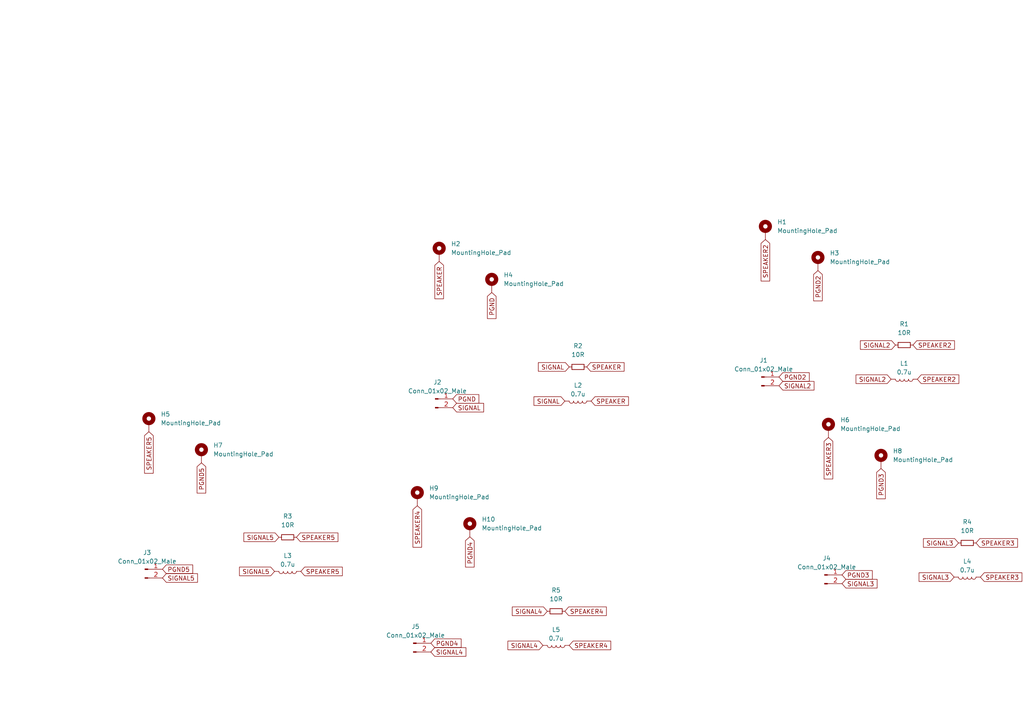
<source format=kicad_sch>
(kicad_sch (version 20230121) (generator eeschema)
  (paper "A4")
  (lib_symbols
    (symbol "Connector:Conn_01x02_Male" (pin_names (offset 1.016) hide)
      (property "Reference" "J" (at 0 2.54 0))
      (property "Value" "Conn_01x02_Male" (at 0 -5.08 0))
      (symbol "Conn_01x02_Male_1_1"
        (polyline (pts (xy 1.27 -2.54) (xy 0.8636 -2.54)) (stroke (width 0.1524)))
        (polyline (pts (xy 1.27 0) (xy 0.8636 0)) (stroke (width 0.1524)))
        (rectangle (start 0.8636 -2.413) (end 0 -2.667) (stroke (width 0.1524)) (fill (type outline)))
        (rectangle (start 0.8636 0.127) (end 0 -0.127) (stroke (width 0.1524)) (fill (type outline)))
        (pin passive line (at 5.08 0 180) (length 3.81) (name "Pin_1") (number "1"))
        (pin passive line (at 5.08 -2.54 180) (length 3.81) (name "Pin_2") (number "2"))
      )
    )
    (symbol "Device:L" (pin_numbers hide) (pin_names (offset 1.016) hide)
      (property "Reference" "L" (at -1.27 0 90))
      (property "Value" "L" (at 1.905 0 90))
      (symbol "L_0_1"
        (arc (start 0 -2.54) (mid 0.6323 -1.905) (end 0 -1.27))
        (arc (start 0 -1.27) (mid 0.6323 -0.635) (end 0 0))
        (arc (start 0 0) (mid 0.6323 0.635) (end 0 1.27))
        (arc (start 0 1.27) (mid 0.6323 1.905) (end 0 2.54))
      )
      (symbol "L_1_1"
        (pin passive line (at 0 3.81 270) (length 1.27) (name "1") (number "1"))
        (pin passive line (at 0 -3.81 90) (length 1.27) (name "2") (number "2"))
      )
    )
    (symbol "Device:R_Small" (pin_numbers hide) (pin_names (offset 0.254) hide)
      (property "Reference" "R" (at 0.762 0.508 0))
      (property "Value" "R_Small" (at 0.762 -1.016 0))
      (symbol "R_Small_0_1"
        (rectangle (start -0.762 1.778) (end 0.762 -1.778) (stroke (width 0.2032)))
      )
      (symbol "R_Small_1_1"
        (pin passive line (at 0 2.54 270) (length 0.762) (name "~") (number "1"))
        (pin passive line (at 0 -2.54 90) (length 0.762) (name "~") (number "2"))
      )
    )
    (symbol "Mechanical:MountingHole_Pad" (pin_numbers hide) (pin_names (offset 1.016) hide)
      (property "Reference" "H" (at 0 6.35 0))
      (property "Value" "MountingHole_Pad" (at 0 4.445 0))
      (symbol "MountingHole_Pad_0_1"
        (circle (center 0 1.27) (radius 1.27) (stroke (width 1.27)))
      )
      (symbol "MountingHole_Pad_1_1"
        (pin input line (at 0 -2.54 90) (length 2.54) (name "1") (number "1"))
      )
    )
  )
  (global_label "PGND3" (shape input) (at 255.524 135.89 270) (property "Intersheetrefs" "${INTERSHEET_REFS}" (effects hide)))
  (global_label "SPEAKER5" (shape input) (at 87.249 165.735 0) (property "Intersheetrefs" "${INTERSHEET_REFS}" (effects hide)))
  (global_label "SIGNAL" (shape input) (at 165.1 106.426 180) (property "Intersheetrefs" "${INTERSHEET_REFS}" (effects hide)))
  (global_label "SPEAKER5" (shape input) (at 43.18 125.222 270) (property "Intersheetrefs" "${INTERSHEET_REFS}" (effects hide)))
  (global_label "SIGNAL5" (shape input) (at 79.629 165.735 180) (property "Intersheetrefs" "${INTERSHEET_REFS}" (effects hide)))
  (global_label "SIGNAL4" (shape input) (at 157.48 187.198 180) (property "Intersheetrefs" "${INTERSHEET_REFS}" (effects hide)))
  (global_label "PGND4" (shape input) (at 124.968 186.563 0) (property "Intersheetrefs" "${INTERSHEET_REFS}" (effects hide)))
  (global_label "SPEAKER3" (shape input) (at 283.083 157.48 0) (property "Intersheetrefs" "${INTERSHEET_REFS}" (effects hide)))
  (global_label "PGND5" (shape input) (at 47.117 165.1 0) (property "Intersheetrefs" "${INTERSHEET_REFS}" (effects hide)))
  (global_label "SIGNAL5" (shape input) (at 80.899 155.829 180) (property "Intersheetrefs" "${INTERSHEET_REFS}" (effects hide)))
  (global_label "SPEAKER" (shape input) (at 127.381 75.819 270) (property "Intersheetrefs" "${INTERSHEET_REFS}" (effects hide)))
  (global_label "PGND" (shape input) (at 142.621 84.836 270) (property "Intersheetrefs" "${INTERSHEET_REFS}" (effects hide)))
  (global_label "PGND2" (shape input) (at 237.236 78.486 270) (property "Intersheetrefs" "${INTERSHEET_REFS}" (effects hide)))
  (global_label "SIGNAL3" (shape input) (at 276.733 167.386 180) (property "Intersheetrefs" "${INTERSHEET_REFS}" (effects hide)))
  (global_label "SIGNAL2" (shape input) (at 259.715 100.076 180) (property "Intersheetrefs" "${INTERSHEET_REFS}" (effects hide)))
  (global_label "SIGNAL2" (shape input) (at 225.933 111.887 0) (property "Intersheetrefs" "${INTERSHEET_REFS}" (effects hide)))
  (global_label "PGND5" (shape input) (at 58.42 134.239 270) (property "Intersheetrefs" "${INTERSHEET_REFS}" (effects hide)))
  (global_label "SIGNAL5" (shape input) (at 47.117 167.64 0) (property "Intersheetrefs" "${INTERSHEET_REFS}" (effects hide)))
  (global_label "SIGNAL" (shape input) (at 163.83 116.332 180) (property "Intersheetrefs" "${INTERSHEET_REFS}" (effects hide)))
  (global_label "SIGNAL" (shape input) (at 131.318 118.237 0) (property "Intersheetrefs" "${INTERSHEET_REFS}" (effects hide)))
  (global_label "SPEAKER" (shape input) (at 171.45 116.332 0) (property "Intersheetrefs" "${INTERSHEET_REFS}" (effects hide)))
  (global_label "SPEAKER3" (shape input) (at 240.284 126.873 270) (property "Intersheetrefs" "${INTERSHEET_REFS}" (effects hide)))
  (global_label "SIGNAL3" (shape input) (at 278.003 157.48 180) (property "Intersheetrefs" "${INTERSHEET_REFS}" (effects hide)))
  (global_label "PGND4" (shape input) (at 136.271 155.702 270) (property "Intersheetrefs" "${INTERSHEET_REFS}" (effects hide)))
  (global_label "SIGNAL3" (shape input) (at 244.221 169.291 0) (property "Intersheetrefs" "${INTERSHEET_REFS}" (effects hide)))
  (global_label "SPEAKER5" (shape input) (at 85.979 155.829 0) (property "Intersheetrefs" "${INTERSHEET_REFS}" (effects hide)))
  (global_label "PGND" (shape input) (at 131.318 115.697 0) (property "Intersheetrefs" "${INTERSHEET_REFS}" (effects hide)))
  (global_label "SPEAKER4" (shape input) (at 165.1 187.198 0) (property "Intersheetrefs" "${INTERSHEET_REFS}" (effects hide)))
  (global_label "SIGNAL2" (shape input) (at 258.445 109.982 180) (property "Intersheetrefs" "${INTERSHEET_REFS}" (effects hide)))
  (global_label "SPEAKER2" (shape input) (at 221.996 69.469 270) (property "Intersheetrefs" "${INTERSHEET_REFS}" (effects hide)))
  (global_label "SPEAKER4" (shape input) (at 163.83 177.292 0) (property "Intersheetrefs" "${INTERSHEET_REFS}" (effects hide)))
  (global_label "PGND2" (shape input) (at 225.933 109.347 0) (property "Intersheetrefs" "${INTERSHEET_REFS}" (effects hide)))
  (global_label "SPEAKER4" (shape input) (at 121.031 146.685 270) (property "Intersheetrefs" "${INTERSHEET_REFS}" (effects hide)))
  (global_label "SPEAKER" (shape input) (at 170.18 106.426 0) (property "Intersheetrefs" "${INTERSHEET_REFS}" (effects hide)))
  (global_label "PGND3" (shape input) (at 244.221 166.751 0) (property "Intersheetrefs" "${INTERSHEET_REFS}" (effects hide)))
  (global_label "SIGNAL4" (shape input) (at 124.968 189.103 0) (property "Intersheetrefs" "${INTERSHEET_REFS}" (effects hide)))
  (global_label "SIGNAL4" (shape input) (at 158.75 177.292 180) (property "Intersheetrefs" "${INTERSHEET_REFS}" (effects hide)))
  (global_label "SPEAKER3" (shape input) (at 284.353 167.386 0) (property "Intersheetrefs" "${INTERSHEET_REFS}" (effects hide)))
  (global_label "SPEAKER2" (shape input) (at 264.795 100.076 0) (property "Intersheetrefs" "${INTERSHEET_REFS}" (effects hide)))
  (global_label "SPEAKER2" (shape input) (at 266.065 109.982 0) (property "Intersheetrefs" "${INTERSHEET_REFS}" (effects hide)))
  (symbol (lib_id "Device:R_Small") (at 161.29 177.292 90) (unit 1)
    (property "Reference" "R5" (at 161.29 171.196 90))
    (property "Value" "10R" (at 161.29 173.736 90))
    (property "Footprint" "Resistor_THT:R_Axial_Power_L25.0mm_W6.4mm_P27.94mm" (effects hide))
  )
  (symbol (lib_id "Device:R_Small") (at 280.543 157.48 90) (unit 1)
    (property "Reference" "R4" (at 280.543 151.384 90))
    (property "Value" "10R" (at 280.543 153.924 90))
    (property "Footprint" "Resistor_THT:R_Axial_Power_L25.0mm_W6.4mm_P27.94mm" (effects hide))
  )
  (symbol (lib_id "Connector:Conn_01x02_Male") (at 220.853 109.347 0) (unit 1)
    (property "Reference" "J1" (at 221.488 104.521 0))
    (property "Value" "Conn_01x02_Male" (at 221.488 107.061 0))
    (property "Footprint" "Connector_JST:JST_VH_B2P-VH-B_1x02_P3.96mm_Vertical" (effects hide))
  )
  (symbol (lib_id "Mechanical:MountingHole_Pad") (at 237.236 75.946 0) (unit 1)
    (property "Reference" "H3" (at 240.665 73.4059 0) (effects (justify left)))
    (property "Value" "MountingHole_Pad" (at 240.665 75.9459 0) (effects (justify left)))
    (property "Footprint" "MountingHole:MountingHole_4.3mm_M4_DIN965_Pad" (effects hide))
  )
  (symbol (lib_id "Device:L") (at 280.543 167.386 270) (unit 1)
    (property "Reference" "L4" (at 280.543 162.814 90))
    (property "Value" "0.7u" (at 280.543 165.354 90))
    (property "Footprint" "Inductor_THT:L_Axial_L26.0mm_D10.0mm_P30.48mm_Horizontal_Fastron_77A" (effects hide))
  )
  (symbol (lib_id "Mechanical:MountingHole_Pad") (at 121.031 144.145 0) (unit 1)
    (property "Reference" "H9" (at 124.46 141.6049 0) (effects (justify left)))
    (property "Value" "MountingHole_Pad" (at 124.46 144.1449 0) (effects (justify left)))
    (property "Footprint" "MountingHole:MountingHole_4.3mm_M4_DIN965_Pad" (effects hide))
  )
  (symbol (lib_id "Mechanical:MountingHole_Pad") (at 221.996 66.929 0) (unit 1)
    (property "Reference" "H1" (at 225.425 64.3889 0) (effects (justify left)))
    (property "Value" "MountingHole_Pad" (at 225.425 66.9289 0) (effects (justify left)))
    (property "Footprint" "MountingHole:MountingHole_4.3mm_M4_DIN965_Pad" (effects hide))
  )
  (symbol (lib_id "Device:R_Small") (at 167.64 106.426 90) (unit 1)
    (property "Reference" "R2" (at 167.64 100.33 90))
    (property "Value" "10R" (at 167.64 102.87 90))
    (property "Footprint" "Resistor_THT:R_Axial_Power_L25.0mm_W6.4mm_P27.94mm" (effects hide))
  )
  (symbol (lib_id "Connector:Conn_01x02_Male") (at 42.037 165.1 0) (unit 1)
    (property "Reference" "J3" (at 42.672 160.274 0))
    (property "Value" "Conn_01x02_Male" (at 42.672 162.814 0))
    (property "Footprint" "Connector_JST:JST_VH_B2P-VH-B_1x02_P3.96mm_Vertical" (effects hide))
  )
  (symbol (lib_id "Mechanical:MountingHole_Pad") (at 255.524 133.35 0) (unit 1)
    (property "Reference" "H8" (at 258.953 130.8099 0) (effects (justify left)))
    (property "Value" "MountingHole_Pad" (at 258.953 133.3499 0) (effects (justify left)))
    (property "Footprint" "MountingHole:MountingHole_4.3mm_M4_DIN965_Pad" (effects hide))
  )
  (symbol (lib_id "Device:L") (at 167.64 116.332 270) (unit 1)
    (property "Reference" "L2" (at 167.64 111.76 90))
    (property "Value" "0.7u" (at 167.64 114.3 90))
    (property "Footprint" "Inductor_THT:L_Axial_L26.0mm_D10.0mm_P30.48mm_Horizontal_Fastron_77A" (effects hide))
  )
  (symbol (lib_id "Device:R_Small") (at 262.255 100.076 90) (unit 1)
    (property "Reference" "R1" (at 262.255 93.98 90))
    (property "Value" "10R" (at 262.255 96.52 90))
    (property "Footprint" "Resistor_THT:R_Axial_Power_L25.0mm_W6.4mm_P27.94mm" (effects hide))
  )
  (symbol (lib_id "Device:R_Small") (at 83.439 155.829 90) (unit 1)
    (property "Reference" "R3" (at 83.439 149.733 90))
    (property "Value" "10R" (at 83.439 152.273 90))
    (property "Footprint" "Resistor_THT:R_Axial_Power_L25.0mm_W6.4mm_P27.94mm" (effects hide))
  )
  (symbol (lib_id "Connector:Conn_01x02_Male") (at 126.238 115.697 0) (unit 1)
    (property "Reference" "J2" (at 126.873 110.871 0))
    (property "Value" "Conn_01x02_Male" (at 126.873 113.411 0))
    (property "Footprint" "Connector_JST:JST_VH_B2P-VH-B_1x02_P3.96mm_Vertical" (effects hide))
  )
  (symbol (lib_id "Mechanical:MountingHole_Pad") (at 142.621 82.296 0) (unit 1)
    (property "Reference" "H4" (at 146.05 79.7559 0) (effects (justify left)))
    (property "Value" "MountingHole_Pad" (at 146.05 82.2959 0) (effects (justify left)))
    (property "Footprint" "MountingHole:MountingHole_4.3mm_M4_DIN965_Pad" (effects hide))
  )
  (symbol (lib_id "Mechanical:MountingHole_Pad") (at 136.271 153.162 0) (unit 1)
    (property "Reference" "H10" (at 139.7 150.6219 0) (effects (justify left)))
    (property "Value" "MountingHole_Pad" (at 139.7 153.1619 0) (effects (justify left)))
    (property "Footprint" "MountingHole:MountingHole_4.3mm_M4_DIN965_Pad" (effects hide))
  )
  (symbol (lib_id "Device:L") (at 262.255 109.982 270) (unit 1)
    (property "Reference" "L1" (at 262.255 105.41 90))
    (property "Value" "0.7u" (at 262.255 107.95 90))
    (property "Footprint" "Inductor_THT:L_Axial_L26.0mm_D10.0mm_P30.48mm_Horizontal_Fastron_77A" (effects hide))
  )
  (symbol (lib_id "Connector:Conn_01x02_Male") (at 119.888 186.563 0) (unit 1)
    (property "Reference" "J5" (at 120.523 181.737 0))
    (property "Value" "Conn_01x02_Male" (at 120.523 184.277 0))
    (property "Footprint" "Connector_JST:JST_VH_B2P-VH-B_1x02_P3.96mm_Vertical" (effects hide))
  )
  (symbol (lib_id "Mechanical:MountingHole_Pad") (at 58.42 131.699 0) (unit 1)
    (property "Reference" "H7" (at 61.849 129.1589 0) (effects (justify left)))
    (property "Value" "MountingHole_Pad" (at 61.849 131.6989 0) (effects (justify left)))
    (property "Footprint" "MountingHole:MountingHole_4.3mm_M4_DIN965_Pad" (effects hide))
  )
  (symbol (lib_id "Connector:Conn_01x02_Male") (at 239.141 166.751 0) (unit 1)
    (property "Reference" "J4" (at 239.776 161.925 0))
    (property "Value" "Conn_01x02_Male" (at 239.776 164.465 0))
    (property "Footprint" "Connector_JST:JST_VH_B2P-VH-B_1x02_P3.96mm_Vertical" (effects hide))
  )
  (symbol (lib_id "Device:L") (at 83.439 165.735 270) (unit 1)
    (property "Reference" "L3" (at 83.439 161.163 90))
    (property "Value" "0.7u" (at 83.439 163.703 90))
    (property "Footprint" "Inductor_THT:L_Axial_L26.0mm_D10.0mm_P30.48mm_Horizontal_Fastron_77A" (effects hide))
  )
  (symbol (lib_id "Device:L") (at 161.29 187.198 270) (unit 1)
    (property "Reference" "L5" (at 161.29 182.626 90))
    (property "Value" "0.7u" (at 161.29 185.166 90))
    (property "Footprint" "Inductor_THT:L_Axial_L26.0mm_D10.0mm_P30.48mm_Horizontal_Fastron_77A" (effects hide))
  )
  (symbol (lib_id "Mechanical:MountingHole_Pad") (at 127.381 73.279 0) (unit 1)
    (property "Reference" "H2" (at 130.81 70.7389 0) (effects (justify left)))
    (property "Value" "MountingHole_Pad" (at 130.81 73.2789 0) (effects (justify left)))
    (property "Footprint" "MountingHole:MountingHole_4.3mm_M4_DIN965_Pad" (effects hide))
  )
  (symbol (lib_id "Mechanical:MountingHole_Pad") (at 43.18 122.682 0) (unit 1)
    (property "Reference" "H5" (at 46.609 120.1419 0) (effects (justify left)))
    (property "Value" "MountingHole_Pad" (at 46.609 122.6819 0) (effects (justify left)))
    (property "Footprint" "MountingHole:MountingHole_4.3mm_M4_DIN965_Pad" (effects hide))
  )
  (symbol (lib_id "Mechanical:MountingHole_Pad") (at 240.284 124.333 0) (unit 1)
    (property "Reference" "H6" (at 243.713 121.7929 0) (effects (justify left)))
    (property "Value" "MountingHole_Pad" (at 243.713 124.3329 0) (effects (justify left)))
    (property "Footprint" "MountingHole:MountingHole_4.3mm_M4_DIN965_Pad" (effects hide))
  )
)
</source>
